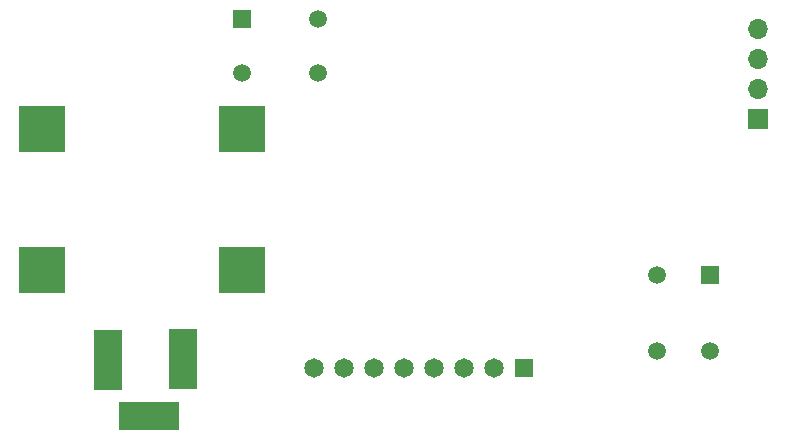
<source format=gbs>
G04 #@! TF.GenerationSoftware,KiCad,Pcbnew,(6.0.4)*
G04 #@! TF.CreationDate,2022-04-15T12:43:22+02:00*
G04 #@! TF.ProjectId,7segments_beide_groundplane,37736567-6d65-46e7-9473-5f6265696465,rev?*
G04 #@! TF.SameCoordinates,Original*
G04 #@! TF.FileFunction,Soldermask,Bot*
G04 #@! TF.FilePolarity,Negative*
%FSLAX46Y46*%
G04 Gerber Fmt 4.6, Leading zero omitted, Abs format (unit mm)*
G04 Created by KiCad (PCBNEW (6.0.4)) date 2022-04-15 12:43:22*
%MOMM*%
%LPD*%
G01*
G04 APERTURE LIST*
%ADD10R,1.650000X1.650000*%
%ADD11C,1.650000*%
%ADD12R,1.700000X1.700000*%
%ADD13O,1.700000X1.700000*%
%ADD14R,4.000000X4.000000*%
%ADD15R,2.400000X5.200000*%
%ADD16R,5.200000X2.400000*%
%ADD17R,1.498000X1.498000*%
%ADD18C,1.498000*%
G04 APERTURE END LIST*
D10*
X150462000Y-116300000D03*
D11*
X147922000Y-116300000D03*
X145382000Y-116300000D03*
X142842000Y-116300000D03*
X140302000Y-116300000D03*
X137762000Y-116300000D03*
X135222000Y-116300000D03*
X132682000Y-116300000D03*
D12*
X170300000Y-95200000D03*
D13*
X170300000Y-92660000D03*
X170300000Y-90120000D03*
X170300000Y-87580000D03*
D14*
X109686500Y-108013500D03*
X109686500Y-96113500D03*
X126586500Y-108013500D03*
X126586500Y-96113500D03*
D15*
X121600000Y-115550000D03*
X115250000Y-115600000D03*
D16*
X118700000Y-120400000D03*
D17*
X166250000Y-108400000D03*
D18*
X166250000Y-114900000D03*
X161750000Y-108400000D03*
X161750000Y-114900000D03*
D17*
X126550000Y-86800000D03*
D18*
X133050000Y-86800000D03*
X126550000Y-91300000D03*
X133050000Y-91300000D03*
M02*

</source>
